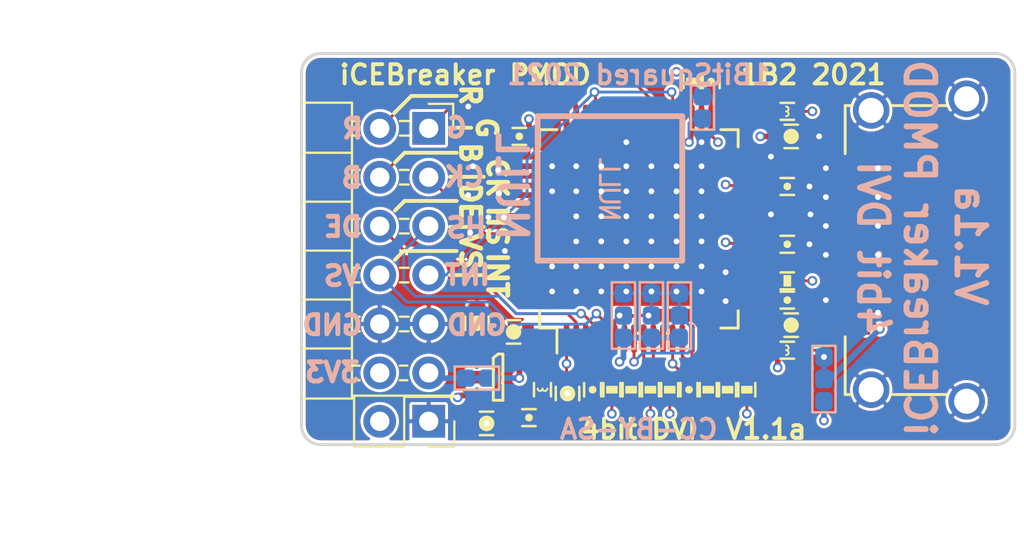
<source format=kicad_pcb>
(kicad_pcb (version 20171130) (host pcbnew 5.1.10)
  (title_block (title "iCEBreaker PMOD - 4bit DVI") (rev V1.0a) (company 1BitSquared) (comment 1 "(C) 2018-2019 Piotr Esden-Tempski <piotr@esden.net>") (comment 2 "(C) 2018-2019 1BitSquared <info@1bitsquared.com>") (comment 3 "License: CC-BY-SA V4.0"))
  (layers (0 F.Cu signal) (1 In1.Cu signal) (2 In2.Cu signal) (31 B.Cu signal) (34 B.Paste user) (35 F.Paste user) (36 B.SilkS user) (37 F.SilkS user) (38 B.Mask user) (39 F.Mask user) (44 Edge.Cuts user))
  (net 0 "")
  (net 1 GND)
  (net 2 +3V3)
  (net 3 "Net-(J4-Pad2)")
  (net 4 +5V)
  (net 5 "Net-(C3-Pad1)")
  (net 6 /DVDD)
  (net 7 /DE)
  (net 8 /VREF)
  (net 9 /HS)
  (net 10 /VS)
  (net 11 /EDGE-HTPLG)
  (net 12 /~PD)
  (net 13 "Net-(U2-Pad11)")
  (net 14 /ISEL-~RST)
  (net 15 /DSEL-SDA)
  (net 16 /BSEL-SCL)
  (net 17 /PVDD)
  (net 18 /CK-)
  (net 19 /CK+)
  (net 20 /TVDD)
  (net 21 /D0-)
  (net 22 /D0+)
  (net 23 /D1-)
  (net 24 /D1+)
  (net 25 /D2-)
  (net 26 /D2+)
  (net 27 /DKEN)
  (net 28 /RED)
  (net 29 /GRN)
  (net 30 /BLU)
  (net 31 /CLK)
  (net 32 "Net-(J5-Pad19)")
  (net 33 "Net-(J5-Pad16)")
  (net 34 "Net-(J5-Pad15)")
  (net 35 "Net-(J5-Pad14)")
  (net 36 "Net-(J5-Pad13)")
  (net 37 "Net-(J1-Pad12)")
  (net 38 /TFADJ)
  (net 39 /INT)
  (net 40 /DK3)
  (net 41 /DK2)
  (net 42 /DK1)
  (module pkl_logos:null_Logo_SilkS_7.5mm (layer B.Cu) (at 46 37 90)
    (fp_text reference REF** hide)
    (fp_text value null_Logo_SilkS_7.5mm hide)
  )
  (module pkl_jumpers:J_0603 (layer B.Cu) (at 50.8 32.8 90)
    (fp_text reference J9)
    (fp_text value sj)
    (pad 2 smd roundrect (at 0.575 0 90) (size 0.95 0.9) (layers B.Cu B.Mask) (net 1 GND))
    (pad 1 smd roundrect (at -0.575 0 90) (size 0.95 0.9) (layers B.Cu B.Mask) (net 27 /DKEN))
  )
  (module pkl_jumpers:J_NCNO_0903_15 (layer B.Cu) (at 49.6 43.6 270)
    (fp_text reference J8)
    (fp_text value sj)
    (fp_line (start -0.675 0) (end -0.475 0) (layer B.Cu) (width 0.15))
    (pad 3 smd roundrect (at 1.15 0 270) (size 0.95 0.9) (layers B.Cu B.Mask) (net 2 +3V3))
    (pad 2 smd roundrect (at 0 0 270) (size 0.95 0.9) (layers B.Cu B.Mask) (net 42 /DK1))
    (pad 1 smd roundrect (at -1.15 0 270) (size 0.95 0.9) (layers B.Cu B.Mask) (net 1 GND))
  )
  (module pkl_jumpers:J_NCNO_0903_15 (layer B.Cu) (at 48.15 43.6 270)
    (fp_text reference J7)
    (fp_text value sj)
    (fp_line (start -0.675 0) (end -0.475 0) (layer B.Cu) (width 0.15))
    (pad 3 smd roundrect (at 1.15 0 270) (size 0.95 0.9) (layers B.Cu B.Mask) (net 2 +3V3))
    (pad 2 smd roundrect (at 0 0 270) (size 0.95 0.9) (layers B.Cu B.Mask) (net 41 /DK2))
    (pad 1 smd roundrect (at -1.15 0 270) (size 0.95 0.9) (layers B.Cu B.Mask) (net 1 GND))
  )
  (module pkl_jumpers:J_NCNO_0903_15 (layer B.Cu) (at 46.7 43.6 90)
    (fp_text reference J6 hide)
    (fp_text value sj hide)
    (fp_line (start -0.675 0) (end -0.475 0) (layer B.Cu) (width 0.15))
    (pad 3 smd roundrect (at 1.15 0 90) (size 0.95 0.9) (layers B.Cu B.Mask) (net 1 GND))
    (pad 2 smd roundrect (at 0 0 90) (size 0.95 0.9) (layers B.Cu B.Mask) (net 40 /DK3))
    (pad 1 smd roundrect (at -1.15 0 90) (size 0.95 0.9) (layers B.Cu B.Mask) (net 2 +3V3))
  )
  (module pkl_dipol:C_0402 (layer F.Cu) (at 41.3 34.3 180)
    (fp_text reference C11)
    (fp_text value 100n)
    (pad 2 smd roundrect (at 0.5 0 180) (size 0.5 0.6) (layers F.Cu F.Paste F.Mask) (net 1 GND))
    (pad 1 smd roundrect (at -0.5 0 180) (size 0.5 0.6) (layers F.Cu F.Paste F.Mask) (net 17 /PVDD))
  )
  (module pkl_connectors:PMODHeader_2x06_P2.54mm_Horizontal (layer F.Cu) (at 36.6 46.58 180)
    (fp_text reference J1)
    (fp_text value PMOD)
    (pad 6 thru_hole circle (at 0 0 180) (size 1.7 1.7) (drill 1) (layers *.Cu *.Mask) (net 37 "Net-(J1-Pad12)"))
    (pad 12 thru_hole oval (at 2.54 0 180) (size 1.7 1.7) (drill 1) (layers *.Cu *.Mask) (net 37 "Net-(J1-Pad12)"))
    (pad 5 thru_hole oval (at 0 2.54 180) (size 1.7 1.7) (drill 1) (layers *.Cu *.Mask) (net 1 GND))
    (pad 11 thru_hole oval (at 2.54 2.54 180) (size 1.7 1.7) (drill 1) (layers *.Cu *.Mask) (net 1 GND))
    (pad 4 thru_hole oval (at 0 5.08 180) (size 1.7 1.7) (drill 1) (layers *.Cu *.Mask) (net 39 /INT))
    (pad 10 thru_hole oval (at 2.54 5.08 180) (size 1.7 1.7) (drill 1) (layers *.Cu *.Mask) (net 10 /VS))
    (pad 3 thru_hole oval (at 0 7.62 180) (size 1.7 1.7) (drill 1) (layers *.Cu *.Mask) (net 9 /HS))
    (pad 9 thru_hole oval (at 2.54 7.62 180) (size 1.7 1.7) (drill 1) (layers *.Cu *.Mask) (net 7 /DE))
    (pad 2 thru_hole oval (at 0 10.16 180) (size 1.7 1.7) (drill 1) (layers *.Cu *.Mask) (net 31 /CLK))
    (pad 8 thru_hole oval (at 2.54 10.16 180) (size 1.7 1.7) (drill 1) (layers *.Cu *.Mask) (net 30 /BLU))
    (pad 1 thru_hole rect (at 0 12.7 180) (size 1.7 1.7) (drill 1) (layers *.Cu *.Mask) (net 29 /GRN))
    (pad 7 thru_hole circle (at 2.54 12.7 180) (size 1.7 1.7) (drill 1) (layers *.Cu *.Mask) (net 28 /RED))
  )
  (module pkl_connectors:HDMI-10029449-111RLF (layer F.Cu) (at 59.5 40.2 90)
    (fp_text reference J5)
    (fp_text value HDMI_A_1.4 hide)
    (pad 19 smd roundrect (at -4.25 -0.95 90) (size 0.3 1.9) (layers F.Cu F.Paste F.Mask) (net 32 "Net-(J5-Pad19)"))
    (pad 1 smd roundrect (at 4.75 -0.95 90) (size 0.3 1.9) (layers F.Cu F.Paste F.Mask) (net 26 /D2+))
    (pad 18 smd roundrect (at -3.75 -0.95 90) (size 0.3 1.9) (layers F.Cu F.Paste F.Mask) (net 3 "Net-(J4-Pad2)"))
    (pad 17 smd roundrect (at -3.25 -0.95 90) (size 0.3 1.9) (layers F.Cu F.Paste F.Mask) (net 1 GND))
    (pad 16 smd roundrect (at -2.75 -0.95 90) (size 0.3 1.9) (layers F.Cu F.Paste F.Mask) (net 33 "Net-(J5-Pad16)"))
    (pad 15 smd roundrect (at -2.25 -0.95 90) (size 0.3 1.9) (layers F.Cu F.Paste F.Mask) (net 34 "Net-(J5-Pad15)"))
    (pad 14 smd roundrect (at -1.75 -0.95 90) (size 0.3 1.9) (layers F.Cu F.Paste F.Mask) (net 35 "Net-(J5-Pad14)"))
    (pad 13 smd roundrect (at -1.25 -0.95 90) (size 0.3 1.9) (layers F.Cu F.Paste F.Mask) (net 36 "Net-(J5-Pad13)"))
    (pad 12 smd roundrect (at -0.75 -0.95 90) (size 0.3 1.9) (layers F.Cu F.Paste F.Mask) (net 18 /CK-))
    (pad 11 smd roundrect (at -0.25 -0.95 90) (size 0.3 1.9) (layers F.Cu F.Paste F.Mask) (net 1 GND))
    (pad 10 smd roundrect (at 0.25 -0.95 90) (size 0.3 1.9) (layers F.Cu F.Paste F.Mask) (net 19 /CK+))
    (pad 9 smd roundrect (at 0.75 -0.95 90) (size 0.3 1.9) (layers F.Cu F.Paste F.Mask) (net 21 /D0-))
    (pad 8 smd roundrect (at 1.25 -0.95 90) (size 0.3 1.9) (layers F.Cu F.Paste F.Mask) (net 1 GND))
    (pad 7 smd roundrect (at 1.75 -0.95 90) (size 0.3 1.9) (layers F.Cu F.Paste F.Mask) (net 22 /D0+))
    (pad 6 smd roundrect (at 2.25 -0.95 90) (size 0.3 1.9) (layers F.Cu F.Paste F.Mask) (net 23 /D1-))
    (pad 5 smd roundrect (at 2.75 -0.95 90) (size 0.3 1.9) (layers F.Cu F.Paste F.Mask) (net 1 GND))
    (pad 4 smd roundrect (at 3.25 -0.95 90) (size 0.3 1.9) (layers F.Cu F.Paste F.Mask) (net 24 /D1+))
    (pad 3 smd roundrect (at 3.75 -0.95 90) (size 0.3 1.9) (layers F.Cu F.Paste F.Mask) (net 25 /D2-))
    (pad 2 smd roundrect (at 4.25 -0.95 90) (size 0.3 1.9) (layers F.Cu F.Paste F.Mask) (net 1 GND))
    (pad SH thru_hole circle (at -7.25 0.05 90) (size 1.9 1.9) (drill 1.3) (layers *.Cu *.Mask) (net 1 GND))
    (pad SH thru_hole circle (at 7.25 0.05 90) (size 1.9 1.9) (drill 1.3) (layers *.Cu *.Mask) (net 1 GND))
    (pad SH thru_hole circle (at 7.85 5 90) (size 1.9 1.9) (drill 1.3) (layers *.Cu *.Mask) (net 1 GND))
    (pad SH thru_hole circle (at -7.85 5 90) (size 1.9 1.9) (drill 1.3) (layers *.Cu *.Mask) (net 1 GND))
  )
  (module Connector_PinHeader_2.54mm:PinHeader_2x01_P2.54mm_Vertical (layer F.Cu) (at 36.6 49.09 180)
    (fp_text reference J3)
    (fp_text value 5V)
    (pad 1 thru_hole rect (at 0 0 180) (size 1.7 1.7) (drill 1) (layers *.Cu *.Mask) (net 1 GND))
    (pad 2 thru_hole oval (at 2.54 0 180) (size 1.7 1.7) (drill 1) (layers *.Cu *.Mask) (net 4 +5V))
  )
  (module pkl_jumpers:J_NCNO_0903_30 (layer B.Cu) (at 57.1 46.9 270)
    (fp_text reference J4)
    (fp_text value 3v3_5v_sel)
    (fp_line (start -0.775 0) (end -0.375 0) (layer B.Cu) (width 0.3))
    (pad 1 smd roundrect (at -1.15 0 270) (size 0.95 0.9) (layers B.Cu B.Paste B.Mask) (net 2 +3V3))
    (pad 2 smd roundrect (at 0 0 270) (size 0.95 0.9) (layers B.Cu B.Paste B.Mask) (net 3 "Net-(J4-Pad2)"))
    (pad 3 smd roundrect (at 1.15 0 270) (size 0.95 0.9) (layers B.Cu B.Paste B.Mask) (net 4 +5V))
  )
  (module pkl_housings_qfp:TQFP-64-1EP_10x10mm_P0.5mm_EP5x5mm (layer F.Cu) (at 47.5 39.1 90)
    (fp_text reference U2)
    (fp_text value SII164)
    (pad 65 thru_hole circle (at -1.95 3.25 90) (size 0.5 0.5) (drill 0.3) (layers *.Cu) (net 1 GND))
    (pad 65 thru_hole circle (at -3.25 3.25 90) (size 0.5 0.5) (drill 0.3) (layers *.Cu) (net 1 GND))
    (pad 65 thru_hole circle (at 0.65 3.25 90) (size 0.5 0.5) (drill 0.3) (layers *.Cu) (net 1 GND))
    (pad 65 thru_hole circle (at -0.65 3.25 90) (size 0.5 0.5) (drill 0.3) (layers *.Cu) (net 1 GND))
    (pad 65 thru_hole circle (at 3.25 3.25 90) (size 0.5 0.5) (drill 0.3) (layers *.Cu) (net 1 GND))
    (pad 65 thru_hole circle (at 1.95 3.25 90) (size 0.5 0.5) (drill 0.3) (layers *.Cu) (net 1 GND))
    (pad 65 thru_hole circle (at -1.95 1.95 90) (size 0.5 0.5) (drill 0.3) (layers *.Cu) (net 1 GND))
    (pad 65 thru_hole circle (at -3.25 1.95 90) (size 0.5 0.5) (drill 0.3) (layers *.Cu) (net 1 GND))
    (pad 65 thru_hole circle (at 0.65 1.95 90) (size 0.5 0.5) (drill 0.3) (layers *.Cu) (net 1 GND))
    (pad 65 thru_hole circle (at -0.65 1.95 90) (size 0.5 0.5) (drill 0.3) (layers *.Cu) (net 1 GND))
    (pad 65 thru_hole circle (at 3.25 1.95 90) (size 0.5 0.5) (drill 0.3) (layers *.Cu) (net 1 GND))
    (pad 65 thru_hole circle (at 1.95 1.95 90) (size 0.5 0.5) (drill 0.3) (layers *.Cu) (net 1 GND))
    (pad 65 thru_hole circle (at -3.25 0.65 90) (size 0.5 0.5) (drill 0.3) (layers *.Cu) (net 1 GND))
    (pad 65 thru_hole circle (at 0.65 0.65 90) (size 0.5 0.5) (drill 0.3) (layers *.Cu) (net 1 GND))
    (pad 65 thru_hole circle (at -0.65 0.65 90) (size 0.5 0.5) (drill 0.3) (layers *.Cu) (net 1 GND))
    (pad 65 thru_hole circle (at 1.95 0.65 90) (size 0.5 0.5) (drill 0.3) (layers *.Cu) (net 1 GND))
    (pad 65 thru_hole circle (at -1.95 0.65 90) (size 0.5 0.5) (drill 0.3) (layers *.Cu) (net 1 GND))
    (pad 65 thru_hole circle (at 3.25 0.65 90) (size 0.5 0.5) (drill 0.3) (layers *.Cu) (net 1 GND))
    (pad 65 thru_hole circle (at -3.25 -0.65 90) (size 0.5 0.5) (drill 0.3) (layers *.Cu) (net 1 GND))
    (pad 65 thru_hole circle (at 0.65 -0.65 90) (size 0.5 0.5) (drill 0.3) (layers *.Cu) (net 1 GND))
    (pad 65 thru_hole circle (at -0.65 -0.65 90) (size 0.5 0.5) (drill 0.3) (layers *.Cu) (net 1 GND))
    (pad 65 thru_hole circle (at 1.95 -0.65 90) (size 0.5 0.5) (drill 0.3) (layers *.Cu) (net 1 GND))
    (pad 65 thru_hole circle (at -1.95 -0.65 90) (size 0.5 0.5) (drill 0.3) (layers *.Cu) (net 1 GND))
    (pad 65 thru_hole circle (at 3.25 -0.65 90) (size 0.5 0.5) (drill 0.3) (layers *.Cu) (net 1 GND))
    (pad 65 thru_hole circle (at 1.95 -1.95 90) (size 0.5 0.5) (drill 0.3) (layers *.Cu) (net 1 GND))
    (pad 65 thru_hole circle (at -1.95 -1.95 90) (size 0.5 0.5) (drill 0.3) (layers *.Cu) (net 1 GND))
    (pad 65 thru_hole circle (at 3.25 -1.95 90) (size 0.5 0.5) (drill 0.3) (layers *.Cu) (net 1 GND))
    (pad 65 thru_hole circle (at -3.25 -1.95 90) (size 0.5 0.5) (drill 0.3) (layers *.Cu) (net 1 GND))
    (pad 65 thru_hole circle (at 0.65 -1.95 90) (size 0.5 0.5) (drill 0.3) (layers *.Cu) (net 1 GND))
    (pad 65 thru_hole circle (at -0.65 -1.95 90) (size 0.5 0.5) (drill 0.3) (layers *.Cu) (net 1 GND))
    (pad 65 thru_hole circle (at 3.25 -3.25 90) (size 0.5 0.5) (drill 0.3) (layers *.Cu) (net 1 GND))
    (pad 65 thru_hole circle (at 1.95 -3.25 90) (size 0.5 0.5) (drill 0.3) (layers *.Cu) (net 1 GND))
    (pad 65 thru_hole circle (at 0.65 -3.25 90) (size 0.5 0.5) (drill 0.3) (layers *.Cu) (net 1 GND))
    (pad 65 thru_hole circle (at -0.65 -3.25 90) (size 0.5 0.5) (drill 0.3) (layers *.Cu) (net 1 GND))
    (pad 65 thru_hole circle (at -1.95 -3.25 90) (size 0.5 0.5) (drill 0.3) (layers *.Cu) (net 1 GND))
    (pad 65 thru_hole circle (at -3.25 -3.25 90) (size 0.5 0.5) (drill 0.3) (layers *.Cu) (net 1 GND))
    (pad 65 smd rect (at 0 0 90) (size 8 8) (layers F.Cu) (net 1 GND))
    (pad 64 smd oval (at -3.75 -5.7 90) (size 0.3 1.5) (layers F.Cu F.Paste F.Mask) (net 1 GND))
    (pad 63 smd oval (at -3.25 -5.7 90) (size 0.3 1.5) (layers F.Cu F.Paste F.Mask) (net 1 GND))
    (pad 62 smd oval (at -2.75 -5.7 90) (size 0.3 1.5) (layers F.Cu F.Paste F.Mask) (net 1 GND))
    (pad 61 smd oval (at -2.25 -5.7 90) (size 0.3 1.5) (layers F.Cu F.Paste F.Mask) (net 1 GND))
    (pad 60 smd oval (at -1.75 -5.7 90) (size 0.3 1.5) (layers F.Cu F.Paste F.Mask) (net 1 GND))
    (pad 59 smd oval (at -1.25 -5.7 90) (size 0.3 1.5) (layers F.Cu F.Paste F.Mask) (net 30 /BLU))
    (pad 58 smd oval (at -0.75 -5.7 90) (size 0.3 1.5) (layers F.Cu F.Paste F.Mask) (net 30 /BLU))
    (pad 57 smd oval (at -0.25 -5.7 90) (size 0.3 1.5) (layers F.Cu F.Paste F.Mask) (net 31 /CLK))
    (pad 56 smd oval (at 0.25 -5.7 90) (size 0.3 1.5) (layers F.Cu F.Paste F.Mask) (net 1 GND))
    (pad 55 smd oval (at 0.75 -5.7 90) (size 0.3 1.5) (layers F.Cu F.Paste F.Mask) (net 39 /INT))
    (pad 54 smd oval (at 1.25 -5.7 90) (size 0.3 1.5) (layers F.Cu F.Paste F.Mask) (net 30 /BLU))
    (pad 53 smd oval (at 1.75 -5.7 90) (size 0.3 1.5) (layers F.Cu F.Paste F.Mask) (net 1 GND))
    (pad 52 smd oval (at 2.25 -5.7 90) (size 0.3 1.5) (layers F.Cu F.Paste F.Mask) (net 1 GND))
    (pad 51 smd oval (at 2.75 -5.7 90) (size 0.3 1.5) (layers F.Cu F.Paste F.Mask) (net 1 GND))
    (pad 50 smd oval (at 3.25 -5.7 90) (size 0.3 1.5) (layers F.Cu F.Paste F.Mask) (net 1 GND))
    (pad 49 smd oval (at 3.75 -5.7 90) (size 0.3 1.5) (layers F.Cu F.Paste F.Mask) (net 17 /PVDD))
    (pad 48 smd oval (at 5.7 -3.75 180) (size 0.3 1.5) (layers F.Cu F.Paste F.Mask) (net 1 GND))
    (pad 47 smd oval (at 5.7 -3.25 180) (size 0.3 1.5) (layers F.Cu F.Paste F.Mask) (net 29 /GRN))
    (pad 46 smd oval (at 5.7 -2.75 180) (size 0.3 1.5) (layers F.Cu F.Paste F.Mask) (net 29 /GRN))
    (pad 45 smd oval (at 5.7 -2.25 180) (size 0.3 1.5) (layers F.Cu F.Paste F.Mask) (net 39 /INT))
    (pad 44 smd oval (at 5.7 -1.75 180) (size 0.3 1.5) (layers F.Cu F.Paste F.Mask) (net 29 /GRN))
    (pad 43 smd oval (at 5.7 -1.25 180) (size 0.3 1.5) (layers F.Cu F.Paste F.Mask) (net 1 GND))
    (pad 42 smd oval (at 5.7 -0.75 180) (size 0.3 1.5) (layers F.Cu F.Paste F.Mask) (net 1 GND))
    (pad 41 smd oval (at 5.7 -0.25 180) (size 0.3 1.5) (layers F.Cu F.Paste F.Mask) (net 1 GND))
    (pad 40 smd oval (at 5.7 0.25 180) (size 0.3 1.5) (layers F.Cu F.Paste F.Mask) (net 1 GND))
    (pad 39 smd oval (at 5.7 0.75 180) (size 0.3 1.5) (layers F.Cu F.Paste F.Mask) (net 28 /RED))
    (pad 38 smd oval (at 5.7 1.25 180) (size 0.3 1.5) (layers F.Cu F.Paste F.Mask) (net 28 /RED))
    (pad 37 smd oval (at 5.7 1.75 180) (size 0.3 1.5) (layers F.Cu F.Paste F.Mask) (net 39 /INT))
    (pad 36 smd oval (at 5.7 2.25 180) (size 0.3 1.5) (layers F.Cu F.Paste F.Mask) (net 28 /RED))
    (pad 35 smd oval (at 5.7 2.75 180) (size 0.3 1.5) (layers F.Cu F.Paste F.Mask) (net 27 /DKEN))
    (pad 34 smd oval (at 5.7 3.25 180) (size 0.3 1.5) (layers F.Cu F.Paste F.Mask) (net 1 GND))
    (pad 33 smd oval (at 5.7 3.75 180) (size 0.3 1.5) (layers F.Cu F.Paste F.Mask) (net 6 /DVDD))
    (pad 32 smd oval (at 3.75 5.7 90) (size 0.3 1.5) (layers F.Cu F.Paste F.Mask) (net 1 GND))
    (pad 31 smd oval (at 3.25 5.7 90) (size 0.3 1.5) (layers F.Cu F.Paste F.Mask) (net 26 /D2+))
    (pad 30 smd oval (at 2.75 5.7 90) (size 0.3 1.5) (layers F.Cu F.Paste F.Mask) (net 25 /D2-))
    (pad 29 smd oval (at 2.25 5.7 90) (size 0.3 1.5) (layers F.Cu F.Paste F.Mask) (net 20 /TVDD))
    (pad 28 smd oval (at 1.75 5.7 90) (size 0.3 1.5) (layers F.Cu F.Paste F.Mask) (net 24 /D1+))
    (pad 27 smd oval (at 1.25 5.7 90) (size 0.3 1.5) (layers F.Cu F.Paste F.Mask) (net 23 /D1-))
    (pad 26 smd oval (at 0.75 5.7 90) (size 0.3 1.5) (layers F.Cu F.Paste F.Mask) (net 1 GND))
    (pad 25 smd oval (at 0.25 5.7 90) (size 0.3 1.5) (layers F.Cu F.Paste F.Mask) (net 22 /D0+))
    (pad 24 smd oval (at -0.25 5.7 90) (size 0.3 1.5) (layers F.Cu F.Paste F.Mask) (net 21 /D0-))
    (pad 23 smd oval (at -0.75 5.7 90) (size 0.3 1.5) (layers F.Cu F.Paste F.Mask) (net 20 /TVDD))
    (pad 22 smd oval (at -1.25 5.7 90) (size 0.3 1.5) (layers F.Cu F.Paste F.Mask) (net 19 /CK+))
    (pad 21 smd oval (at -1.75 5.7 90) (size 0.3 1.5) (layers F.Cu F.Paste F.Mask) (net 18 /CK-))
    (pad 20 smd oval (at -2.25 5.7 90) (size 0.3 1.5) (layers F.Cu F.Paste F.Mask) (net 1 GND))
    (pad 19 smd oval (at -2.75 5.7 90) (size 0.3 1.5) (layers F.Cu F.Paste F.Mask) (net 38 /TFADJ))
    (pad 18 smd oval (at -3.25 5.7 90) (size 0.3 1.5) (layers F.Cu F.Paste F.Mask) (net 17 /PVDD))
    (pad 17 smd oval (at -3.75 5.7 90) (size 0.3 1.5) (layers F.Cu F.Paste F.Mask) (net 1 GND))
    (pad 16 smd oval (at -5.7 3.75 180) (size 0.3 1.5) (layers F.Cu F.Paste F.Mask) (net 1 GND))
    (pad 15 smd oval (at -5.7 3.25 180) (size 0.3 1.5) (layers F.Cu F.Paste F.Mask) (net 16 /BSEL-SCL))
    (pad 14 smd oval (at -5.7 2.75 180) (size 0.3 1.5) (layers F.Cu F.Paste F.Mask) (net 15 /DSEL-SDA))
    (pad 13 smd oval (at -5.7 2.25 180) (size 0.3 1.5) (layers F.Cu F.Paste F.Mask) (net 14 /ISEL-~RST))
    (pad 12 smd oval (at -5.7 1.75 180) (size 0.3 1.5) (layers F.Cu F.Paste F.Mask) (net 6 /DVDD))
    (pad 11 smd oval (at -5.7 1.25 180) (size 0.3 1.5) (layers F.Cu F.Paste F.Mask) (net 13 "Net-(U2-Pad11)"))
    (pad 10 smd oval (at -5.7 0.75 180) (size 0.3 1.5) (layers F.Cu F.Paste F.Mask) (net 12 /~PD))
    (pad 9 smd oval (at -5.7 0.25 180) (size 0.3 1.5) (layers F.Cu F.Paste F.Mask) (net 11 /EDGE-HTPLG))
    (pad 8 smd oval (at -5.7 -0.25 180) (size 0.3 1.5) (layers F.Cu F.Paste F.Mask) (net 42 /DK1))
    (pad 7 smd oval (at -5.7 -0.75 180) (size 0.3 1.5) (layers F.Cu F.Paste F.Mask) (net 41 /DK2))
    (pad 6 smd oval (at -5.7 -1.25 180) (size 0.3 1.5) (layers F.Cu F.Paste F.Mask) (net 40 /DK3))
    (pad 5 smd oval (at -5.7 -1.75 180) (size 0.3 1.5) (layers F.Cu F.Paste F.Mask) (net 10 /VS))
    (pad 4 smd oval (at -5.7 -2.25 180) (size 0.3 1.5) (layers F.Cu F.Paste F.Mask) (net 9 /HS))
    (pad 3 smd oval (at -5.7 -2.75 180) (size 0.3 1.5) (layers F.Cu F.Paste F.Mask) (net 8 /VREF))
    (pad 2 smd oval (at -5.7 -3.25 180) (size 0.3 1.5) (layers F.Cu F.Paste F.Mask) (net 7 /DE))
    (pad 1 smd oval (at -5.7 -3.75 180) (size 0.3 1.5) (layers F.Cu F.Paste F.Mask) (net 6 /DVDD))
  )
  (module pkl_jumpers:J_NC_0603_30 (layer B.Cu) (at 39.1 46.85 180)
    (fp_text reference J2)
    (fp_text value jmp)
    (fp_line (start -0.2 0) (end 0.2 0) (layer B.Cu) (width 0.3))
    (pad 1 smd roundrect (at -0.575 0 180) (size 0.95 0.9) (layers B.Cu B.Paste B.Mask) (net 2 +3V3))
    (pad 2 smd roundrect (at 0.575 0 180) (size 0.95 0.9) (layers B.Cu B.Paste B.Mask) (net 37 "Net-(J1-Pad12)"))
  )
  (module pkl_dipol:C_0402 (layer F.Cu) (at 51.25 31.45 90)
    (fp_text reference C6)
    (fp_text value 100n)
    (pad 2 smd roundrect (at 0.5 0 90) (size 0.5 0.6) (layers F.Cu F.Paste F.Mask) (net 1 GND))
    (pad 1 smd roundrect (at -0.5 0 90) (size 0.5 0.6) (layers F.Cu F.Paste F.Mask) (net 6 /DVDD))
  )
  (module pkl_dipol:C_0402 (layer F.Cu) (at 55.2 39.9)
    (fp_text reference C7)
    (fp_text value 100n)
    (pad 1 smd roundrect (at -0.5 0) (size 0.5 0.6) (layers F.Cu F.Paste F.Mask) (net 20 /TVDD))
    (pad 2 smd roundrect (at 0.5 0) (size 0.5 0.6) (layers F.Cu F.Paste F.Mask) (net 1 GND))
  )
  (module pkl_dipol:C_0402 (layer F.Cu) (at 45.1 47.45 270)
    (fp_text reference C8)
    (fp_text value 100n)
    (pad 2 smd roundrect (at 0.5 0 270) (size 0.5 0.6) (layers F.Cu F.Paste F.Mask) (net 1 GND))
    (pad 1 smd roundrect (at -0.5 0 270) (size 0.5 0.6) (layers F.Cu F.Paste F.Mask) (net 6 /DVDD))
  )
  (module pkl_dipol:C_0402 (layer F.Cu) (at 55.2 42.8)
    (fp_text reference C9)
    (fp_text value 100n)
    (pad 1 smd roundrect (at -0.5 0) (size 0.5 0.6) (layers F.Cu F.Paste F.Mask) (net 17 /PVDD))
    (pad 2 smd roundrect (at 0.5 0) (size 0.5 0.6) (layers F.Cu F.Paste F.Mask) (net 1 GND))
  )
  (module pkl_dipol:C_0402 (layer F.Cu) (at 55.2 36.9)
    (fp_text reference C10)
    (fp_text value 100n)
    (pad 2 smd roundrect (at 0.5 0) (size 0.5 0.6) (layers F.Cu F.Paste F.Mask) (net 1 GND))
    (pad 1 smd roundrect (at -0.5 0) (size 0.5 0.6) (layers F.Cu F.Paste F.Mask) (net 20 /TVDD))
  )
  (module pkl_dipol:C_0402 (layer F.Cu) (at 50.1 47.45 270)
    (fp_text reference C5)
    (fp_text value 100n)
    (pad 2 smd roundrect (at 0.5 0 270) (size 0.5 0.6) (layers F.Cu F.Paste F.Mask) (net 1 GND))
    (pad 1 smd roundrect (at -0.5 0 270) (size 0.5 0.6) (layers F.Cu F.Paste F.Mask) (net 6 /DVDD))
  )
  (module pkl_dipol:C_0402 (layer F.Cu) (at 41.8 48.9)
    (fp_text reference C3)
    (fp_text value 470p)
    (pad 1 smd roundrect (at -0.5 0) (size 0.5 0.6) (layers F.Cu F.Paste F.Mask) (net 5 "Net-(C3-Pad1)"))
    (pad 2 smd roundrect (at 0.5 0) (size 0.5 0.6) (layers F.Cu F.Paste F.Mask) (net 1 GND))
  )
  (module pkl_dipol:C_0603 (layer F.Cu) (at 43.8 47.65 270)
    (fp_text reference C14)
    (fp_text value 10u)
    (pad 2 smd roundrect (at 0.75 0 270) (size 0.6 0.9) (layers F.Cu F.Paste F.Mask) (net 1 GND))
    (pad 1 smd roundrect (at -0.75 0 270) (size 0.6 0.9) (layers F.Cu F.Paste F.Mask) (net 6 /DVDD))
  )
  (module pkl_dipol:C_0603 (layer F.Cu) (at 55.4 34.3)
    (fp_text reference C16)
    (fp_text value 10u)
    (pad 1 smd roundrect (at -0.75 0) (size 0.6 0.9) (layers F.Cu F.Paste F.Mask) (net 20 /TVDD))
    (pad 2 smd roundrect (at 0.75 0) (size 0.6 0.9) (layers F.Cu F.Paste F.Mask) (net 1 GND))
  )
  (module pkl_dipol:C_0603 (layer F.Cu) (at 55.4 44.1)
    (fp_text reference C15)
    (fp_text value 10u)
    (pad 2 smd roundrect (at 0.75 0) (size 0.6 0.9) (layers F.Cu F.Paste F.Mask) (net 1 GND))
    (pad 1 smd roundrect (at -0.75 0) (size 0.6 0.9) (layers F.Cu F.Paste F.Mask) (net 17 /PVDD))
  )
  (module pkl_dipol:C_0603 (layer F.Cu) (at 39.1 44 90)
    (fp_text reference C2)
    (fp_text value 4u7)
    (pad 1 smd roundrect (at -0.75 0 90) (size 0.6 0.9) (layers F.Cu F.Paste F.Mask) (net 4 +5V))
    (pad 2 smd roundrect (at 0.75 0 90) (size 0.6 0.9) (layers F.Cu F.Paste F.Mask) (net 1 GND))
  )
  (module pkl_dipol:C_0603 (layer F.Cu) (at 39.6 49.2)
    (fp_text reference C1)
    (fp_text value 10u)
    (pad 2 smd roundrect (at 0.75 0) (size 0.6 0.9) (layers F.Cu F.Paste F.Mask) (net 1 GND))
    (pad 1 smd roundrect (at -0.75 0) (size 0.6 0.9) (layers F.Cu F.Paste F.Mask) (net 2 +3V3))
  )
  (module pkl_dipol:C_0603 (layer F.Cu) (at 41 44.45 180)
    (fp_text reference C4)
    (fp_text value 4u7)
    (pad 1 smd roundrect (at -0.75 0 180) (size 0.6 0.9) (layers F.Cu F.Paste F.Mask) (net 2 +3V3))
    (pad 2 smd roundrect (at 0.75 0 180) (size 0.6 0.9) (layers F.Cu F.Paste F.Mask) (net 1 GND))
  )
  (module pkl_dipol:L_0402 (layer F.Cu) (at 55.2 33 180)
    (fp_text reference L3)
    (fp_text value 600)
    (pad 1 smd roundrect (at -0.5 0 180) (size 0.5 0.6) (layers F.Cu F.Paste F.Mask) (net 2 +3V3))
    (pad 2 smd roundrect (at 0.5 0 180) (size 0.5 0.6) (layers F.Cu F.Paste F.Mask) (net 20 /TVDD))
  )
  (module pkl_dipol:L_0402 (layer F.Cu) (at 42.5 47.45 90)
    (fp_text reference L1)
    (fp_text value 600)
    (pad 2 smd roundrect (at 0.5 0 90) (size 0.5 0.6) (layers F.Cu F.Paste F.Mask) (net 6 /DVDD))
    (pad 1 smd roundrect (at -0.5 0 90) (size 0.5 0.6) (layers F.Cu F.Paste F.Mask) (net 2 +3V3))
  )
  (module pkl_dipol:L_0402 (layer F.Cu) (at 55.2 45.4 180)
    (fp_text reference L2)
    (fp_text value 600)
    (pad 1 smd roundrect (at -0.5 0 180) (size 0.5 0.6) (layers F.Cu F.Paste F.Mask) (net 2 +3V3))
    (pad 2 smd roundrect (at 0.5 0 180) (size 0.5 0.6) (layers F.Cu F.Paste F.Mask) (net 17 /PVDD))
  )
  (module pkl_dipol:R_0402 (layer F.Cu) (at 55.2 41.8 180)
    (fp_text reference R9)
    (fp_text value 510E)
    (pad 1 smd roundrect (at -0.5 0 180) (size 0.5 0.6) (layers F.Cu F.Paste F.Mask) (net 2 +3V3))
    (pad 2 smd roundrect (at 0.5 0 180) (size 0.5 0.6) (layers F.Cu F.Paste F.Mask) (net 38 /TFADJ))
  )
  (module pkl_dipol:R_0402 (layer F.Cu) (at 52.1 47.45 270)
    (fp_text reference R8)
    (fp_text value 10k)
    (pad 2 smd roundrect (at 0.5 0 270) (size 0.5 0.6) (layers F.Cu F.Paste F.Mask) (net 1 GND))
    (pad 1 smd roundrect (at -0.5 0 270) (size 0.5 0.6) (layers F.Cu F.Paste F.Mask) (net 15 /DSEL-SDA))
  )
  (module pkl_dipol:R_0402 (layer F.Cu) (at 51.1 47.45 270)
    (fp_text reference R7)
    (fp_text value 10k)
    (pad 1 smd roundrect (at -0.5 0 270) (size 0.5 0.6) (layers F.Cu F.Paste F.Mask) (net 14 /ISEL-~RST))
    (pad 2 smd roundrect (at 0.5 0 270) (size 0.5 0.6) (layers F.Cu F.Paste F.Mask) (net 1 GND))
  )
  (module pkl_dipol:R_0402 (layer F.Cu) (at 47.1 47.45 270)
    (fp_text reference R6)
    (fp_text value DNP)
    (pad 2 smd roundrect (at 0.5 0 270) (size 0.5 0.6) (layers F.Cu F.Paste F.Mask) (net 1 GND))
    (pad 1 smd roundrect (at -0.5 0 270) (size 0.5 0.6) (layers F.Cu F.Paste F.Mask) (net 8 /VREF))
  )
  (module pkl_dipol:R_0402 (layer F.Cu) (at 46.1 47.45 90)
    (fp_text reference R5)
    (fp_text value 33k)
    (pad 1 smd roundrect (at -0.5 0 90) (size 0.5 0.6) (layers F.Cu F.Paste F.Mask) (net 2 +3V3))
    (pad 2 smd roundrect (at 0.5 0 90) (size 0.5 0.6) (layers F.Cu F.Paste F.Mask) (net 8 /VREF))
  )
  (module pkl_dipol:R_0402 (layer F.Cu) (at 53.1 47.45 90)
    (fp_text reference R1)
    (fp_text value 10k)
    (pad 2 smd roundrect (at 0.5 0 90) (size 0.5 0.6) (layers F.Cu F.Paste F.Mask) (net 16 /BSEL-SCL))
    (pad 1 smd roundrect (at -0.5 0 90) (size 0.5 0.6) (layers F.Cu F.Paste F.Mask) (net 2 +3V3))
  )
  (module pkl_dipol:R_0402 (layer F.Cu) (at 49.1 47.45 90)
    (fp_text reference R2)
    (fp_text value 10k)
    (pad 1 smd roundrect (at -0.5 0 90) (size 0.5 0.6) (layers F.Cu F.Paste F.Mask) (net 2 +3V3))
    (pad 2 smd roundrect (at 0.5 0 90) (size 0.5 0.6) (layers F.Cu F.Paste F.Mask) (net 12 /~PD))
  )
  (module pkl_dipol:R_0402 (layer F.Cu) (at 50.25 31.45 270)
    (fp_text reference R3)
    (fp_text value 10k)
    (pad 2 smd roundrect (at 0.5 0 270) (size 0.5 0.6) (layers F.Cu F.Paste F.Mask) (net 27 /DKEN))
    (pad 1 smd roundrect (at -0.5 0 270) (size 0.5 0.6) (layers F.Cu F.Paste F.Mask) (net 2 +3V3))
  )
  (module pkl_dipol:R_0402 (layer F.Cu) (at 48.1 47.45 90)
    (fp_text reference R4)
    (fp_text value 10k)
    (pad 1 smd roundrect (at -0.5 0 90) (size 0.5 0.6) (layers F.Cu F.Paste F.Mask) (net 2 +3V3))
    (pad 2 smd roundrect (at 0.5 0 90) (size 0.5 0.6) (layers F.Cu F.Paste F.Mask) (net 11 /EDGE-HTPLG))
  )
  (module pkl_housings_sot:SOT-23-5 (layer F.Cu) (at 40.2 46.799999 180)
    (fp_text reference U1)
    (fp_text value VREG_3V3)
    (pad 1 smd roundrect (at 1.1 0.95) (size 1.06 0.65) (layers F.Cu F.Paste F.Mask) (net 4 +5V))
    (pad 2 smd roundrect (at 1.1 0) (size 1.06 0.65) (layers F.Cu F.Paste F.Mask) (net 1 GND))
    (pad 3 smd roundrect (at 1.1 -0.95) (size 1.06 0.65) (layers F.Cu F.Paste F.Mask) (net 4 +5V))
    (pad 4 smd roundrect (at -1.1 -0.95) (size 1.06 0.65) (layers F.Cu F.Paste F.Mask) (net 5 "Net-(C3-Pad1)"))
    (pad 5 smd roundrect (at -1.1 0.95) (size 1.06 0.65) (layers F.Cu F.Paste F.Mask) (net 2 +3V3))
  )
  (gr_text NULL (at 40.9 36.9 270) (layer B.SilkS) (effects (font (size 1.5 1.5) (thickness 0.3)) (justify mirror)))
  (gr_text 3V3 (at 31.6 46.55) (layer B.SilkS) (effects (font (size 1 1) (thickness 0.25)) (justify mirror)))
  (gr_text GND (at 39.1 44.1) (layer B.SilkS) (effects (font (size 1 1) (thickness 0.25)) (justify mirror)))
  (gr_text GND (at 31.6 44.1) (layer B.SilkS) (effects (font (size 1 1) (thickness 0.25)) (justify mirror)))
  (gr_text "1BitSquared 2021" (at 47.5 31.1) (layer B.SilkS) (effects (font (size 1 1) (thickness 0.2)) (justify mirror)))
  (gr_text CC-BY-SA (at 47.5 49.5) (layer B.SilkS) (effects (font (size 1 1) (thickness 0.2)) (justify mirror)))
  (gr_text "1B2 2021" (at 56.55 31.1) (layer F.SilkS) (effects (font (size 1 1) (thickness 0.2))))
  (gr_text R (at 32.65 33.9) (layer B.SilkS) (effects (font (size 1 1) (thickness 0.25)) (justify mirror)))
  (gr_text G (at 38.05 33.85) (layer B.SilkS) (effects (font (size 1 1) (thickness 0.25)) (justify mirror)))
  (gr_text B (at 32.6 36.45) (layer B.SilkS) (effects (font (size 1 1) (thickness 0.25)) (justify mirror)))
  (gr_text CK (at 38.45 36.4) (layer B.SilkS) (effects (font (size 1 1) (thickness 0.25)) (justify mirror)))
  (gr_text DE (at 32.15 39) (layer B.SilkS) (effects (font (size 1 1) (thickness 0.25)) (justify mirror)))
  (gr_text HS (at 38.55 39.05) (layer B.SilkS) (effects (font (size 1 1) (thickness 0.25)) (justify mirror)))
  (gr_text VS (at 32.1 41.55) (layer B.SilkS) (effects (font (size 1 1) (thickness 0.25)) (justify mirror)))
  (gr_text INT (at 38.6 41.5) (layer B.SilkS) (effects (font (size 1 1) (thickness 0.25)) (justify mirror)))
  (gr_line (start 37.7 41.5) (end 39.45 41.5) (layer F.SilkS) (width 0.2))
  (gr_line (start 35.3 40.25) (end 38.05 40.25) (layer F.SilkS) (width 0.2))
  (gr_line (start 34.85 40.7) (end 35.3 40.25) (layer F.SilkS) (width 0.2))
  (gr_line (start 37.7 39) (end 39.45 39) (layer F.SilkS) (width 0.2))
  (gr_line (start 35.35 37.65) (end 38.05 37.65) (layer F.SilkS) (width 0.2))
  (gr_line (start 34.85 38.15) (end 35.35 37.65) (layer F.SilkS) (width 0.2))
  (gr_line (start 37.7 36.4) (end 39.45 36.4) (layer F.SilkS) (width 0.2))
  (gr_line (start 35.35 35.15) (end 38.05 35.15) (layer F.SilkS) (width 0.2))
  (gr_line (start 34.85 35.65) (end 35.35 35.15) (layer F.SilkS) (width 0.2))
  (gr_line (start 37.7 33.85) (end 38.8 33.85) (layer F.SilkS) (width 0.2))
  (gr_line (start 35.7 32.2) (end 38.05 32.2) (layer F.SilkS) (width 0.2))
  (gr_line (start 34.8 33.1) (end 35.7 32.2) (layer F.SilkS) (width 0.2))
  (gr_text INT (at 40.15 41.5 270) (layer F.SilkS) (effects (font (size 1 1) (thickness 0.25))))
  (gr_text HS (at 40.15 38.95 270) (layer F.SilkS) (effects (font (size 1 1) (thickness 0.25))))
  (gr_text VS (at 38.75 40.25 270) (layer F.SilkS) (effects (font (size 1 1) (thickness 0.25))))
  (gr_text DE (at 38.75 37.7 270) (layer F.SilkS) (effects (font (size 1 1) (thickness 0.25))))
  (gr_text CK (at 40.15 36.45 270) (layer F.SilkS) (effects (font (size 1 1) (thickness 0.25))))
  (gr_text B (at 38.75 35.15 270) (layer F.SilkS) (effects (font (size 1 1) (thickness 0.25))))
  (gr_text G (at 39.6 33.85 270) (layer F.SilkS) (effects (font (size 1 1) (thickness 0.25))))
  (gr_text R (at 38.75 32.15 270) (layer F.SilkS) (effects (font (size 1 1) (thickness 0.25))))
  (gr_text "iCEBreaker PMOD" (at 38.5 31.1) (layer F.SilkS) (effects (font (size 1 1) (thickness 0.2))))
  (gr_line (start 66 50.3) (end 31 50.3) (layer Edge.Cuts) (width 0.15))
  (gr_arc (start 31 49.3) (end 30 49.3) (angle -90) (layer Edge.Cuts) (width 0.15))
  (gr_arc (start 66 49.3) (end 66 50.3) (angle -90) (layer Edge.Cuts) (width 0.15))
  (gr_text "4bit DVI" (at 47.5 49.5) (layer F.SilkS) (effects (font (size 1 1) (thickness 0.2))))
  (gr_text V1.1a (at 54.1 49.5) (layer F.SilkS) (effects (font (size 1 1) (thickness 0.2))))
  (gr_text V1.1a (at 64.7 39.95 -90) (layer B.SilkS) (effects (font (size 1.5 1.5) (thickness 0.3)) (justify mirror)))
  (gr_text "iCEBreaker PMOD\n4bit DVI" (at 60.85 40.1 270) (layer B.SilkS) (effects (font (size 1.5 1.5) (thickness 0.3)) (justify mirror)))
  (gr_arc (start 66 31) (end 67 31) (angle -90) (layer Edge.Cuts) (width 0.15))
  (gr_arc (start 31 31) (end 31 30) (angle -90) (layer Edge.Cuts) (width 0.15))
  (gr_line (start 30 49.3) (end 30 31) (layer Edge.Cuts) (width 0.15))
  (gr_line (start 67 31) (end 67 49.3) (layer Edge.Cuts) (width 0.15))
  (gr_line (start 31 30) (end 66 30) (layer Edge.Cuts) (width 0.15))
  (via (at 43 41.05) (size 0.5) (drill 0.3) (layers F.Cu B.Cu) (net 1))
  (via (at 43 42.35) (size 0.5) (drill 0.3) (layers F.Cu B.Cu) (net 1))
  (via (at 43 37.15) (size 0.5) (drill 0.3) (layers F.Cu B.Cu) (net 1))
  (via (at 43 35.85) (size 0.5) (drill 0.3) (layers F.Cu B.Cu) (net 1))
  (via (at 46.85 34.6) (size 0.5) (drill 0.3) (layers F.Cu B.Cu) (net 1))
  (via (at 50.75 34.6) (size 0.5) (drill 0.3) (layers F.Cu B.Cu) (net 1))
  (via (at 57.2 37.45) (size 0.5) (drill 0.3) (layers F.Cu B.Cu) (net 1))
  (via (at 57.2 35.95) (size 0.5) (drill 0.3) (layers F.Cu B.Cu) (net 1))
  (via (at 57.2 38.95) (size 0.5) (drill 0.3) (layers F.Cu B.Cu) (net 1))
  (via (at 57.2 40.45) (size 0.5) (drill 0.3) (layers F.Cu B.Cu) (net 1))
  (via (at 57.2 42.8) (size 0.5) (drill 0.3) (layers F.Cu B.Cu) (net 1))
  (via (at 59.9 40.45) (size 0.5) (drill 0.3) (layers F.Cu B.Cu) (net 1))
  (via (at 59.9 38.95) (size 0.5) (drill 0.3) (layers F.Cu B.Cu) (net 1))
  (via (at 59.9 37.45) (size 0.5) (drill 0.3) (layers F.Cu B.Cu) (net 1))
  (via (at 59.9 35.95) (size 0.5) (drill 0.3) (layers F.Cu B.Cu) (net 1))
  (via (at 59.9 43.45) (size 0.5) (drill 0.3) (layers F.Cu B.Cu) (net 1))
  (segment (start 57.2 43.153553) (end 57.2 42.8) (width 0.15) (layer F.Cu) (net 1))
  (segment (start 57.496447 43.45) (end 57.2 43.153553) (width 0.15) (layer F.Cu) (net 1))
  (segment (start 58.55 43.45) (end 57.496447 43.45) (width 0.15) (layer F.Cu) (net 1))
  (via (at 54.35 38.35) (size 0.5) (drill 0.3) (layers F.Cu B.Cu) (net 1))
  (via (at 54.35 35.35) (size 0.5) (drill 0.3) (layers F.Cu B.Cu) (net 1))
  (via (at 52 41.35) (size 0.5) (drill 0.3) (layers F.Cu B.Cu) (net 1))
  (via (at 52 42.85) (size 0.5) (drill 0.3) (layers F.Cu B.Cu) (net 1))
  (via (at 40.55 40.25) (size 0.5) (drill 0.3) (layers F.Cu B.Cu) (net 1))
  (via (at 38.75 39.3) (size 0.5) (drill 0.3) (layers F.Cu B.Cu) (net 1))
  (via (at 40.25 37.25) (size 0.5) (drill 0.3) (layers F.Cu B.Cu) (net 1))
  (via (at 40.2 36.05) (size 0.5) (drill 0.3) (layers F.Cu B.Cu) (net 1))
  (via (at 38.9 35.85) (size 0.5) (drill 0.3) (layers F.Cu B.Cu) (net 1))
  (via (at 38.65 37.35) (size 0.5) (drill 0.3) (layers F.Cu B.Cu) (net 1))
  (via (at 56.35 39.9) (size 0.5) (drill 0.3) (layers F.Cu B.Cu) (net 1))
  (via (at 56.35 36.9) (size 0.5) (drill 0.3) (layers F.Cu B.Cu) (net 1))
  (via (at 56.85 34.3) (size 0.5) (drill 0.3) (layers F.Cu B.Cu) (net 1))
  (via (at 56.4 38.35) (size 0.5) (drill 0.3) (layers F.Cu B.Cu) (net 1))
  (via (at 38.65 32.75) (size 0.5) (drill 0.3) (layers F.Cu B.Cu) (net 1))
  (via (at 39.7 38.5) (size 0.5) (drill 0.3) (layers F.Cu B.Cu) (net 1))
  (segment (start 46.25 33.4) (end 46.25 34.55) (width 0.15) (layer F.Cu) (net 1))
  (segment (start 46.75 34.5) (end 46.85 34.6) (width 0.15) (layer F.Cu) (net 1))
  (segment (start 46.75 33.4) (end 46.75 34.5) (width 0.15) (layer F.Cu) (net 1))
  (segment (start 47.25 33.4) (end 47.25 34.55) (width 0.15) (layer F.Cu) (net 1))
  (segment (start 47.75 33.4) (end 47.75 34.55) (width 0.15) (layer F.Cu) (net 1))
  (segment (start 42.8 40.85) (end 43 41.05) (width 0.15) (layer F.Cu) (net 1))
  (segment (start 41.8 40.85) (end 42.8 40.85) (width 0.15) (layer F.Cu) (net 1))
  (segment (start 41.8 41.35) (end 42.95 41.35) (width 0.15) (layer F.Cu) (net 1))
  (segment (start 41.8 41.85) (end 42.95 41.85) (width 0.15) (layer F.Cu) (net 1))
  (segment (start 41.8 42.35) (end 43 42.35) (width 0.15) (layer F.Cu) (net 1))
  (segment (start 41.8 42.85) (end 42.95 42.85) (width 0.15) (layer F.Cu) (net 1))
  (segment (start 41.8 35.85) (end 43 35.85) (width 0.15) (layer F.Cu) (net 1))
  (segment (start 41.8 36.35) (end 42.95 36.35) (width 0.15) (layer F.Cu) (net 1))
  (segment (start 41.8 36.85) (end 42.95 36.85) (width 0.15) (layer F.Cu) (net 1))
  (segment (start 42.8 37.35) (end 43 37.15) (width 0.15) (layer F.Cu) (net 1))
  (segment (start 41.8 37.35) (end 42.8 37.35) (width 0.15) (layer F.Cu) (net 1))
  (segment (start 41.8 35.85) (end 40.65 35.85) (width 0.15) (layer F.Cu) (net 1))
  (segment (start 41.8 36.35) (end 40.65 36.35) (width 0.15) (layer F.Cu) (net 1))
  (segment (start 41.8 36.85) (end 40.65 36.85) (width 0.15) (layer F.Cu) (net 1))
  (segment (start 41.8 37.35) (end 40.65 37.35) (width 0.15) (layer F.Cu) (net 1))
  (segment (start 41.8 42.85) (end 40.95 42.85) (width 0.15) (layer F.Cu) (net 1))
  (segment (start 40.95 42.85) (end 40.7 42.6) (width 0.15) (layer F.Cu) (net 1))
  (segment (start 41.8 40.85) (end 40.7 40.85) (width 0.15) (layer F.Cu) (net 1))
  (segment (start 41.8 41.35) (end 40.7 41.35) (width 0.15) (layer F.Cu) (net 1))
  (segment (start 41.8 41.85) (end 40.7 41.85) (width 0.15) (layer F.Cu) (net 1))
  (segment (start 41.8 42.35) (end 40.7 42.35) (width 0.15) (layer F.Cu) (net 1))
  (via (at 41.3 46.85) (size 0.5) (drill 0.3) (layers F.Cu B.Cu) (net 2))
  (segment (start 39.675 46.85) (end 41.3 46.85) (width 0.3) (layer B.Cu) (net 2))
  (segment (start 41.3 46.85) (end 41.3 45.849999) (width 0.3) (layer F.Cu) (net 2))
  (segment (start 41.75 45.399999) (end 41.3 45.849999) (width 0.3) (layer F.Cu) (net 2))
  (segment (start 41.75 44.45) (end 41.75 45.399999) (width 0.3) (layer F.Cu) (net 2))
  (via (at 39.6 49.2) (size 0.5) (drill 0.3) (layers F.Cu B.Cu) (net 2))
  (segment (start 38.85 49.2) (end 39.6 49.2) (width 0.3) (layer F.Cu) (net 2))
  (via (at 46.1 48.7) (size 0.5) (drill 0.3) (layers F.Cu B.Cu) (net 2))
  (segment (start 46.1 47.95) (end 46.1 48.7) (width 0.15) (layer F.Cu) (net 2))
  (via (at 48.1 48.7) (size 0.5) (drill 0.3) (layers F.Cu B.Cu) (net 2))
  (segment (start 48.1 47.95) (end 48.1 48.7) (width 0.15) (layer F.Cu) (net 2))
  (via (at 49.1 48.7) (size 0.5) (drill 0.3) (layers F.Cu B.Cu) (net 2))
  (segment (start 49.1 47.95) (end 49.1 48.7) (width 0.15) (layer F.Cu) (net 2))
  (via (at 53.1 48.7) (size 0.5) (drill 0.3) (layers F.Cu B.Cu) (net 2))
  (segment (start 53.1 47.95) (end 53.1 48.7) (width 0.15) (layer F.Cu) (net 2))
  (segment (start 42.5 47.95) (end 42.8 47.65) (width 0.3) (layer F.Cu) (net 2))
  (via (at 43.8 47.65) (size 0.5) (drill 0.3) (layers F.Cu B.Cu) (net 2))
  (segment (start 42.8 47.65) (end 43.8 47.65) (width 0.3) (layer F.Cu) (net 2))
  (via (at 49.45 30.95) (size 0.5) (drill 0.3) (layers F.Cu B.Cu) (net 2))
  (segment (start 50.25 30.95) (end 49.45 30.95) (width 0.15) (layer F.Cu) (net 2))
  (via (at 56.5 41.8) (size 0.5) (drill 0.3) (layers F.Cu B.Cu) (net 2))
  (segment (start 55.7 41.8) (end 56.5 41.8) (width 0.15) (layer F.Cu) (net 2))
  (via (at 56.5 33) (size 0.5) (drill 0.3) (layers F.Cu B.Cu) (net 2))
  (segment (start 55.7 33) (end 56.5 33) (width 0.15) (layer F.Cu) (net 2))
  (via (at 57.099996 45.75) (size 0.5) (drill 0.3) (layers F.Cu B.Cu) (net 2))
  (segment (start 56.749996 45.4) (end 57.099996 45.75) (width 0.15) (layer F.Cu) (net 2))
  (segment (start 55.7 45.4) (end 56.749996 45.4) (width 0.15) (layer F.Cu) (net 2))
  (via (at 46.5 46) (size 0.5) (drill 0.3) (layers F.Cu B.Cu) (net 2))
  (segment (start 46.7 45.8) (end 46.5 46) (width 0.3) (layer B.Cu) (net 2))
  (segment (start 46.7 44.75) (end 46.7 45.8) (width 0.3) (layer B.Cu) (net 2))
  (segment (start 46.7 44.75) (end 48.15 44.75) (width 0.3) (layer B.Cu) (net 2))
  (segment (start 48.15 44.75) (end 49.6 44.75) (width 0.3) (layer B.Cu) (net 2))
  (via (at 60 44.3) (size 0.5) (drill 0.3) (layers F.Cu B.Cu) (net 3))
  (segment (start 59.65 43.95) (end 60 44.3) (width 0.15) (layer F.Cu) (net 3))
  (segment (start 58.55 43.95) (end 59.65 43.95) (width 0.15) (layer F.Cu) (net 3))
  (segment (start 57.4 46.9) (end 60 44.3) (width 0.3) (layer B.Cu) (net 3))
  (segment (start 57.1 46.9) (end 57.4 46.9) (width 0.3) (layer B.Cu) (net 3))
  (segment (start 39.1 44.75) (end 39.1 45.849999) (width 0.3) (layer F.Cu) (net 4))
  (segment (start 39.73 45.849999) (end 40.2 46.319999) (width 0.3) (layer F.Cu) (net 4))
  (segment (start 39.1 45.849999) (end 39.73 45.849999) (width 0.3) (layer F.Cu) (net 4))
  (segment (start 39.73 47.749999) (end 39.1 47.749999) (width 0.3) (layer F.Cu) (net 4))
  (segment (start 40.2 47.279999) (end 39.73 47.749999) (width 0.3) (layer F.Cu) (net 4))
  (segment (start 40.2 46.319999) (end 40.2 47.279999) (width 0.3) (layer F.Cu) (net 4))
  (via (at 38.1 47.85) (size 0.5) (drill 0.3) (layers F.Cu B.Cu) (net 4))
  (segment (start 38.200001 47.749999) (end 38.1 47.85) (width 0.3) (layer F.Cu) (net 4))
  (segment (start 39.1 47.749999) (end 38.200001 47.749999) (width 0.3) (layer F.Cu) (net 4))
  (via (at 57.1 49.05) (size 0.5) (drill 0.3) (layers F.Cu B.Cu) (net 4))
  (segment (start 57.1 48.05) (end 57.1 49.05) (width 0.3) (layer B.Cu) (net 4))
  (segment (start 41.3 47.749999) (end 41.3 48.9) (width 0.15) (layer F.Cu) (net 5))
  (segment (start 43.75 46.95) (end 43.8 46.9) (width 0.15) (layer F.Cu) (net 6))
  (segment (start 42.5 46.95) (end 43.75 46.95) (width 0.15) (layer F.Cu) (net 6))
  (segment (start 43.85 46.95) (end 43.8 46.9) (width 0.15) (layer F.Cu) (net 6))
  (segment (start 45.1 46.95) (end 43.85 46.95) (width 0.15) (layer F.Cu) (net 6))
  (segment (start 43.75 46.85) (end 43.8 46.9) (width 0.15) (layer F.Cu) (net 6))
  (segment (start 49.25 46.1) (end 50.1 46.95) (width 0.15) (layer F.Cu) (net 6))
  (segment (start 49.25 44.8) (end 49.25 46.1) (width 0.15) (layer F.Cu) (net 6))
  (segment (start 43.75 46.1) (end 43.75 46.85) (width 0.15) (layer F.Cu) (net 6))
  (via (at 43.75 46.1) (size 0.5) (drill 0.3) (layers F.Cu B.Cu) (net 6))
  (segment (start 43.75 44.8) (end 43.75 46.1) (width 0.15) (layer F.Cu) (net 6))
  (via (at 49.25 46.1) (size 0.5) (drill 0.3) (layers F.Cu B.Cu) (net 6))
  (segment (start 51.25 33.4) (end 51.25 31.95) (width 0.15) (layer F.Cu) (net 6))
  (via (at 51.6 34.6) (size 0.5) (drill 0.3) (layers F.Cu B.Cu) (net 6))
  (segment (start 51.25 34.25) (end 51.6 34.6) (width 0.15) (layer F.Cu) (net 6))
  (segment (start 51.25 33.4) (end 51.25 34.25) (width 0.15) (layer F.Cu) (net 6))
  (segment (start 37.89 40.25) (end 41.14 43.5) (width 0.15) (layer F.Cu) (net 7))
  (segment (start 41.14 43.5) (end 43.796996 43.5) (width 0.15) (layer F.Cu) (net 7))
  (segment (start 43.796996 43.5) (end 44.25 43.953004) (width 0.15) (layer F.Cu) (net 7))
  (segment (start 34.06 38.96) (end 35.35 40.25) (width 0.15) (layer F.Cu) (net 7))
  (segment (start 44.25 43.953004) (end 44.25 44.8) (width 0.15) (layer F.Cu) (net 7))
  (segment (start 35.35 40.25) (end 37.89 40.25) (width 0.15) (layer F.Cu) (net 7))
  (segment (start 46.1 46.95) (end 47.1 46.95) (width 0.15) (layer F.Cu) (net 8))
  (segment (start 46 46.95) (end 46.1 46.95) (width 0.15) (layer F.Cu) (net 8))
  (segment (start 44.75 45.7) (end 46 46.95) (width 0.15) (layer F.Cu) (net 8))
  (segment (start 44.75 44.8) (end 44.75 45.7) (width 0.15) (layer F.Cu) (net 8))
  (segment (start 35.3 40.26) (end 35.3 41.999982) (width 0.15) (layer B.Cu) (net 9))
  (via (at 44.5 43.5) (size 0.5) (drill 0.3) (layers F.Cu B.Cu) (net 9))
  (segment (start 41.14 43.5) (end 44.5 43.5) (width 0.15) (layer B.Cu) (net 9))
  (segment (start 35.3 41.999982) (end 35.900009 42.599991) (width 0.15) (layer B.Cu) (net 9))
  (segment (start 40.239991 42.599991) (end 41.14 43.5) (width 0.15) (layer B.Cu) (net 9))
  (segment (start 35.900009 42.599991) (end 40.239991 42.599991) (width 0.15) (layer B.Cu) (net 9))
  (segment (start 36.6 38.96) (end 35.3 40.26) (width 0.15) (layer B.Cu) (net 9))
  (segment (start 45.25 44.8) (end 45.25 44.169656) (width 0.15) (layer F.Cu) (net 9))
  (segment (start 45.25 44.169656) (end 44.580344 43.5) (width 0.15) (layer F.Cu) (net 9))
  (segment (start 44.580344 43.5) (end 44.5 43.5) (width 0.15) (layer F.Cu) (net 9))
  (segment (start 40.9 44.05) (end 44.749996 44.05) (width 0.15) (layer B.Cu) (net 10))
  (segment (start 44.749996 44.05) (end 45.299996 43.5) (width 0.15) (layer B.Cu) (net 10))
  (via (at 45.299996 43.5) (size 0.5) (drill 0.3) (layers F.Cu B.Cu) (net 10))
  (segment (start 34.06 41.5) (end 35.46 42.9) (width 0.15) (layer B.Cu) (net 10))
  (segment (start 35.46 42.9) (end 39.75 42.9) (width 0.15) (layer B.Cu) (net 10))
  (segment (start 39.75 42.9) (end 40.9 44.05) (width 0.15) (layer B.Cu) (net 10))
  (segment (start 45.75 44.8) (end 45.75 43.950004) (width 0.15) (layer F.Cu) (net 10))
  (segment (start 45.75 43.950004) (end 45.299996 43.5) (width 0.15) (layer F.Cu) (net 10))
  (segment (start 47.75 46.6) (end 48.1 46.95) (width 0.15) (layer F.Cu) (net 11))
  (segment (start 47.75 44.8) (end 47.75 46.6) (width 0.15) (layer F.Cu) (net 11))
  (segment (start 48.25 46.1) (end 49.1 46.95) (width 0.15) (layer F.Cu) (net 12))
  (segment (start 48.25 44.8) (end 48.25 46.1) (width 0.15) (layer F.Cu) (net 12))
  (segment (start 51 46.95) (end 51.1 46.95) (width 0.15) (layer F.Cu) (net 14))
  (segment (start 49.75 45.7) (end 51 46.95) (width 0.15) (layer F.Cu) (net 14))
  (segment (start 49.75 44.8) (end 49.75 45.7) (width 0.15) (layer F.Cu) (net 14))
  (segment (start 51.62499 46.47499) (end 51.794543 46.644543) (width 0.15) (layer F.Cu) (net 15))
  (segment (start 51.794543 46.644543) (end 52.1 46.95) (width 0.15) (layer F.Cu) (net 15))
  (segment (start 51.02499 46.47499) (end 51.62499 46.47499) (width 0.15) (layer F.Cu) (net 15))
  (segment (start 50.25 45.7) (end 51.02499 46.47499) (width 0.15) (layer F.Cu) (net 15))
  (segment (start 50.25 44.8) (end 50.25 45.7) (width 0.15) (layer F.Cu) (net 15))
  (segment (start 52.794543 46.644543) (end 53.1 46.95) (width 0.15) (layer F.Cu) (net 16))
  (segment (start 52.32498 46.17498) (end 52.794543 46.644543) (width 0.15) (layer F.Cu) (net 16))
  (segment (start 51.22498 46.17498) (end 52.32498 46.17498) (width 0.15) (layer F.Cu) (net 16))
  (segment (start 50.75 45.7) (end 51.22498 46.17498) (width 0.15) (layer F.Cu) (net 16))
  (segment (start 50.75 44.8) (end 50.75 45.7) (width 0.15) (layer F.Cu) (net 16))
  (segment (start 54.7 44.15) (end 54.65 44.1) (width 0.15) (layer F.Cu) (net 17))
  (segment (start 54.7 45.4) (end 54.7 44.15) (width 0.15) (layer F.Cu) (net 17))
  (segment (start 54.7 44.05) (end 54.65 44.1) (width 0.15) (layer F.Cu) (net 17))
  (segment (start 54.7 42.8) (end 54.7 44.05) (width 0.15) (layer F.Cu) (net 17))
  (segment (start 54.25 42.35) (end 54.7 42.8) (width 0.15) (layer F.Cu) (net 17))
  (segment (start 53.2 42.35) (end 54.25 42.35) (width 0.15) (layer F.Cu) (net 17))
  (segment (start 41.8 34.3) (end 41.8 35.35) (width 0.15) (layer F.Cu) (net 17))
  (via (at 41.8 33.4) (size 0.5) (drill 0.3) (layers F.Cu B.Cu) (net 17))
  (segment (start 41.8 34.3) (end 41.8 33.4) (width 0.3) (layer F.Cu) (net 17))
  (via (at 54.7 46.3) (size 0.5) (drill 0.3) (layers F.Cu B.Cu) (net 17))
  (segment (start 54.7 46.3) (end 54.7 45.4) (width 0.3) (layer F.Cu) (net 17))
  (segment (start 56.996998 40.95) (end 57.5 40.95) (width 0.15) (layer F.Cu) (net 18))
  (segment (start 56.897008 40.85001) (end 56.996998 40.95) (width 0.15) (layer F.Cu) (net 18))
  (segment (start 57.5 40.95) (end 58.55 40.95) (width 0.15) (layer F.Cu) (net 18))
  (segment (start 53.9 40.85) (end 53.90001 40.85001) (width 0.15) (layer F.Cu) (net 18))
  (segment (start 53.90001 40.85001) (end 56.897008 40.85001) (width 0.15) (layer F.Cu) (net 18))
  (segment (start 53.2 40.85) (end 53.9 40.85) (width 0.15) (layer F.Cu) (net 18))
  (segment (start 57.003002 39.95) (end 57.5 39.95) (width 0.15) (layer F.Cu) (net 19))
  (segment (start 56.503002 40.45) (end 57.003002 39.95) (width 0.15) (layer F.Cu) (net 19))
  (segment (start 57.5 39.95) (end 58.55 39.95) (width 0.15) (layer F.Cu) (net 19))
  (segment (start 54.15 40.45) (end 56.503002 40.45) (width 0.15) (layer F.Cu) (net 19))
  (segment (start 53.2 40.35) (end 54.05 40.35) (width 0.15) (layer F.Cu) (net 19))
  (segment (start 54.05 40.35) (end 54.15 40.45) (width 0.15) (layer F.Cu) (net 19))
  (segment (start 54.65 39.85) (end 54.7 39.9) (width 0.15) (layer F.Cu) (net 20))
  (segment (start 53.2 39.85) (end 54.65 39.85) (width 0.15) (layer F.Cu) (net 20))
  (segment (start 54.65 36.85) (end 54.7 36.9) (width 0.15) (layer F.Cu) (net 20))
  (segment (start 53.2 36.85) (end 54.65 36.85) (width 0.15) (layer F.Cu) (net 20))
  (via (at 52 39.8) (size 0.5) (drill 0.3) (layers F.Cu B.Cu) (net 20))
  (segment (start 53.2 39.85) (end 52.05 39.85) (width 0.15) (layer F.Cu) (net 20))
  (segment (start 52.05 39.85) (end 52 39.8) (width 0.15) (layer F.Cu) (net 20))
  (via (at 52 36.8) (size 0.5) (drill 0.3) (layers F.Cu B.Cu) (net 20))
  (segment (start 53.2 36.85) (end 52.05 36.85) (width 0.15) (layer F.Cu) (net 20))
  (segment (start 52.05 36.85) (end 52 36.8) (width 0.15) (layer F.Cu) (net 20))
  (segment (start 54.7 34.25) (end 54.65 34.3) (width 0.15) (layer F.Cu) (net 20))
  (segment (start 54.7 33) (end 54.7 34.25) (width 0.15) (layer F.Cu) (net 20))
  (via (at 53.8 34.3) (size 0.5) (drill 0.3) (layers F.Cu B.Cu) (net 20))
  (segment (start 53.8 34.3) (end 54.65 34.3) (width 0.3) (layer F.Cu) (net 20))
  (segment (start 57.5 39.45) (end 58.55 39.45) (width 0.15) (layer F.Cu) (net 21))
  (segment (start 56.896998 39.35) (end 56.996998 39.45) (width 0.15) (layer F.Cu) (net 21))
  (segment (start 56.996998 39.45) (end 57.5 39.45) (width 0.15) (layer F.Cu) (net 21))
  (segment (start 53.2 39.35) (end 56.896998 39.35) (width 0.15) (layer F.Cu) (net 21))
  (segment (start 53.971765 38.85) (end 54.071765 38.95) (width 0.15) (layer F.Cu) (net 22))
  (segment (start 53.2 38.85) (end 53.971765 38.85) (width 0.15) (layer F.Cu) (net 22))
  (segment (start 56.996998 38.45) (end 57.5 38.45) (width 0.15) (layer F.Cu) (net 22))
  (segment (start 57.5 38.45) (end 58.55 38.45) (width 0.15) (layer F.Cu) (net 22))
  (segment (start 56.496998 38.95) (end 56.996998 38.45) (width 0.15) (layer F.Cu) (net 22))
  (segment (start 54.071765 38.95) (end 56.496998 38.95) (width 0.15) (layer F.Cu) (net 22))
  (segment (start 57.5 37.95) (end 58.55 37.95) (width 0.15) (layer F.Cu) (net 23))
  (segment (start 56.872018 37.82502) (end 56.996998 37.95) (width 0.15) (layer F.Cu) (net 23))
  (segment (start 53.87498 37.82502) (end 56.872018 37.82502) (width 0.15) (layer F.Cu) (net 23))
  (segment (start 53.85 37.85) (end 53.87498 37.82502) (width 0.15) (layer F.Cu) (net 23))
  (segment (start 56.996998 37.95) (end 57.5 37.95) (width 0.15) (layer F.Cu) (net 23))
  (segment (start 53.2 37.85) (end 53.85 37.85) (width 0.15) (layer F.Cu) (net 23))
  (segment (start 57.5 36.95) (end 58.55 36.95) (width 0.15) (layer F.Cu) (net 24))
  (segment (start 57 36.95) (end 57.5 36.95) (width 0.15) (layer F.Cu) (net 24))
  (segment (start 56.52499 37.42501) (end 57 36.95) (width 0.15) (layer F.Cu) (net 24))
  (segment (start 53.2 37.35) (end 53.971765 37.35) (width 0.15) (layer F.Cu) (net 24))
  (segment (start 54.046775 37.42501) (end 56.52499 37.42501) (width 0.15) (layer F.Cu) (net 24))
  (segment (start 53.971765 37.35) (end 54.046775 37.42501) (width 0.15) (layer F.Cu) (net 24))
  (segment (start 56.996998 36.45) (end 57.5 36.45) (width 0.15) (layer F.Cu) (net 25))
  (segment (start 56.896998 36.35) (end 56.996998 36.45) (width 0.15) (layer F.Cu) (net 25))
  (segment (start 57.5 36.45) (end 58.55 36.45) (width 0.15) (layer F.Cu) (net 25))
  (segment (start 53.2 36.35) (end 56.896998 36.35) (width 0.15) (layer F.Cu) (net 25))
  (segment (start 53.971765 35.85) (end 54.071765 35.95) (width 0.15) (layer F.Cu) (net 26))
  (segment (start 53.2 35.85) (end 53.971765 35.85) (width 0.15) (layer F.Cu) (net 26))
  (segment (start 57.5 35.45) (end 58.55 35.45) (width 0.15) (layer F.Cu) (net 26))
  (segment (start 56.996998 35.45) (end 57.5 35.45) (width 0.15) (layer F.Cu) (net 26))
  (segment (start 56.496998 35.95) (end 56.996998 35.45) (width 0.15) (layer F.Cu) (net 26))
  (segment (start 54.071765 35.95) (end 56.496998 35.95) (width 0.15) (layer F.Cu) (net 26))
  (segment (start 50.25 33.4) (end 50.25 31.95) (width 0.15) (layer F.Cu) (net 27))
  (via (at 50.1 34.6) (size 0.5) (drill 0.3) (layers F.Cu B.Cu) (net 27))
  (segment (start 50.1 33.625) (end 50.1 34.6) (width 0.15) (layer B.Cu) (net 27))
  (segment (start 50.35 33.375) (end 50.1 33.625) (width 0.15) (layer B.Cu) (net 27))
  (segment (start 50.8 33.375) (end 50.35 33.375) (width 0.15) (layer B.Cu) (net 27))
  (segment (start 50.25 34.45) (end 50.25 33.4) (width 0.15) (layer F.Cu) (net 27))
  (segment (start 50.1 34.6) (end 50.25 34.45) (width 0.15) (layer F.Cu) (net 27))
  (segment (start 48.25 34.3) (end 48.45 34.5) (width 0.15) (layer F.Cu) (net 28))
  (segment (start 48.25 33.4) (end 48.25 34.3) (width 0.15) (layer F.Cu) (net 28))
  (segment (start 48.75 33.4) (end 48.75 34.5) (width 0.15) (layer F.Cu) (net 28))
  (segment (start 48.45 34.5) (end 48.75 34.5) (width 0.15) (layer F.Cu) (net 28))
  (segment (start 48.25 32.5) (end 48.25 33.4) (width 0.15) (layer F.Cu) (net 28))
  (segment (start 34.06 33.88) (end 36.49 31.45) (width 0.15) (layer F.Cu) (net 28))
  (segment (start 47.2 31.45) (end 48.25 32.5) (width 0.15) (layer F.Cu) (net 28))
  (segment (start 36.49 31.45) (end 47.2 31.45) (width 0.15) (layer F.Cu) (net 28))
  (segment (start 48.75 34.5) (end 49.496998 34.5) (width 0.15) (layer F.Cu) (net 28))
  (segment (start 49.75 34.246998) (end 49.75 33.4) (width 0.15) (layer F.Cu) (net 28))
  (segment (start 49.496998 34.5) (end 49.75 34.246998) (width 0.15) (layer F.Cu) (net 28))
  (segment (start 45.55 34.5) (end 45.75 34.3) (width 0.15) (layer F.Cu) (net 29))
  (segment (start 45.75 34.3) (end 45.75 33.4) (width 0.15) (layer F.Cu) (net 29))
  (segment (start 44.25 34.3) (end 44.45 34.5) (width 0.15) (layer F.Cu) (net 29))
  (segment (start 44.25 33.4) (end 44.25 34.3) (width 0.15) (layer F.Cu) (net 29))
  (segment (start 44.75 33.4) (end 44.75 34.5) (width 0.15) (layer F.Cu) (net 29))
  (segment (start 44.45 34.5) (end 44.75 34.5) (width 0.15) (layer F.Cu) (net 29))
  (segment (start 44.75 34.5) (end 45.25 34.5) (width 0.15) (layer F.Cu) (net 29))
  (segment (start 45.25 34.5) (end 45.55 34.5) (width 0.15) (layer F.Cu) (net 29))
  (segment (start 44.25 32.5) (end 44.25 33.4) (width 0.15) (layer F.Cu) (net 29))
  (segment (start 43.700001 31.950001) (end 44.25 32.5) (width 0.15) (layer F.Cu) (net 29))
  (segment (start 38.549999 31.950001) (end 43.700001 31.950001) (width 0.15) (layer F.Cu) (net 29))
  (segment (start 36.6 33.88) (end 36.62 33.88) (width 0.15) (layer F.Cu) (net 29))
  (segment (start 36.62 33.88) (end 38.549999 31.950001) (width 0.15) (layer F.Cu) (net 29))
  (segment (start 42.7 40.35) (end 42.9 40.15) (width 0.15) (layer F.Cu) (net 30))
  (segment (start 41.8 40.35) (end 42.7 40.35) (width 0.15) (layer F.Cu) (net 30))
  (segment (start 42.7 37.85) (end 42.9 38.05) (width 0.15) (layer F.Cu) (net 30))
  (segment (start 41.8 37.85) (end 42.7 37.85) (width 0.15) (layer F.Cu) (net 30))
  (segment (start 42.9 38.05) (end 42.9 38.35) (width 0.15) (layer F.Cu) (net 30))
  (segment (start 41.8 39.85) (end 42.9 39.85) (width 0.15) (layer F.Cu) (net 30))
  (segment (start 42.9 38.35) (end 42.9 39.85) (width 0.15) (layer F.Cu) (net 30))
  (segment (start 42.9 39.85) (end 42.9 40.15) (width 0.15) (layer F.Cu) (net 30))
  (segment (start 35.33 35.15) (end 37.446998 35.15) (width 0.15) (layer F.Cu) (net 30))
  (segment (start 34.06 36.42) (end 35.33 35.15) (width 0.15) (layer F.Cu) (net 30))
  (segment (start 40.9 37.85) (end 41.8 37.85) (width 0.15) (layer F.Cu) (net 30))
  (segment (start 37.446998 35.15) (end 40.146998 37.85) (width 0.15) (layer F.Cu) (net 30))
  (segment (start 40.146998 37.85) (end 40.9 37.85) (width 0.15) (layer F.Cu) (net 30))
  (segment (start 36.6 36.42) (end 36.6 36.45) (width 0.15) (layer F.Cu) (net 31))
  (segment (start 39.53 39.35) (end 41.8 39.35) (width 0.15) (layer F.Cu) (net 31))
  (segment (start 36.6 36.42) (end 39.53 39.35) (width 0.15) (layer F.Cu) (net 31))
  (segment (start 36.87 46.85) (end 36.6 46.58) (width 0.3) (layer B.Cu) (net 37))
  (segment (start 38.525 46.85) (end 36.87 46.85) (width 0.3) (layer B.Cu) (net 37))
  (segment (start 54.65 41.85) (end 54.7 41.8) (width 0.15) (layer F.Cu) (net 38))
  (segment (start 53.2 41.85) (end 54.65 41.85) (width 0.15) (layer F.Cu) (net 38))
  (via (at 40.5 38.5) (size 0.5) (drill 0.3) (layers F.Cu B.Cu) (net 39))
  (segment (start 40.65 38.35) (end 41.8 38.35) (width 0.15) (layer F.Cu) (net 39))
  (segment (start 40.5 38.5) (end 40.65 38.35) (width 0.15) (layer F.Cu) (net 39))
  (via (at 45.2 32) (size 0.5) (drill 0.3) (layers F.Cu B.Cu) (net 39))
  (segment (start 45.25 32.05) (end 45.2 32) (width 0.15) (layer F.Cu) (net 39))
  (segment (start 45.25 33.4) (end 45.25 32.05) (width 0.15) (layer F.Cu) (net 39))
  (via (at 49.2 32) (size 0.5) (drill 0.3) (layers F.Cu B.Cu) (net 39))
  (segment (start 45.2 32) (end 49.2 32) (width 0.15) (layer B.Cu) (net 39))
  (segment (start 49.25 32.05) (end 49.2 32) (width 0.15) (layer F.Cu) (net 39))
  (segment (start 49.25 33.4) (end 49.25 32.05) (width 0.15) (layer F.Cu) (net 39))
  (segment (start 37.5 41.5) (end 40.5 38.5) (width 0.15) (layer B.Cu) (net 39))
  (segment (start 36.6 41.5) (end 37.5 41.5) (width 0.15) (layer B.Cu) (net 39))
  (segment (start 41.7 35.5) (end 45.2 32) (width 0.15) (layer B.Cu) (net 39))
  (segment (start 41.7 37.3) (end 41.7 35.5) (width 0.15) (layer B.Cu) (net 39))
  (segment (start 40.5 38.5) (end 41.7 37.3) (width 0.15) (layer B.Cu) (net 39))
  (via (at 46.500008 43.6) (size 0.5) (drill 0.3) (layers F.Cu B.Cu) (net 40))
  (segment (start 46.25 44.8) (end 46.25 43.850008) (width 0.15) (layer F.Cu) (net 40))
  (segment (start 46.25 43.850008) (end 46.500008 43.6) (width 0.15) (layer F.Cu) (net 40))
  (segment (start 46.500008 43.6) (end 46.7 43.6) (width 0.15) (layer B.Cu) (net 40))
  (segment (start 46.75 44.8) (end 46.75 44.05) (width 0.15) (layer F.Cu) (net 41))
  (via (at 48 43.6) (size 0.5) (drill 0.3) (layers F.Cu B.Cu) (net 41))
  (segment (start 47.2 43.6) (end 48 43.6) (width 0.15) (layer F.Cu) (net 41))
  (segment (start 46.75 44.05) (end 47.2 43.6) (width 0.15) (layer F.Cu) (net 41))
  (segment (start 48 43.6) (end 48.15 43.6) (width 0.15) (layer B.Cu) (net 41))
  (via (at 47.25 46) (size 0.5) (drill 0.3) (layers F.Cu B.Cu) (net 42))
  (segment (start 47.25 44.8) (end 47.25 46) (width 0.15) (layer F.Cu) (net 42))
  (segment (start 50.3 45.3) (end 50.3 44.3) (width 0.15) (layer B.Cu) (net 42))
  (segment (start 50.3 44.3) (end 49.6 43.6) (width 0.15) (layer B.Cu) (net 42))
  (segment (start 50.05 45.55) (end 50.3 45.3) (width 0.15) (layer B.Cu) (net 42))
  (segment (start 47.7 45.55) (end 50.05 45.55) (width 0.15) (layer B.Cu) (net 42))
  (segment (start 47.25 46) (end 47.7 45.55) (width 0.15) (layer B.Cu) (net 42))
  (zone (net 1) (net_name GND) (layer F.Cu) (connect_pads (clearance 0.15)) (min_thickness 0.15) (fill yes (arc_segments 16) (thermal_gap 0.15) (thermal_bridge_width 0.2))
    (polygon (pts (xy 30 30) (xy 67.5 30) (xy 67.5 50.3) (xy 30 50.3)))
  )
  (zone (net 1) (net_name GND) (layer B.Cu) (connect_pads (clearance 0.15)) (min_thickness 0.15) (fill yes (arc_segments 16) (thermal_gap 0.15) (thermal_bridge_width 0.2))
    (polygon (pts (xy 30 30) (xy 67.5 30) (xy 67.5 50.3) (xy 30 50.3)))
  )
  (zone (net 0) (net_name "") (layer F.Cu) (connect_pads (clearance 0.15)) (min_thickness 0.254)
    (keepout (tracks allowed) (vias allowed) (copperpour not_allowed))
    (fill (arc_segments 32) (thermal_gap 0.508) (thermal_bridge_width 0.508))
    (polygon (pts (xy 48 34.3) (xy 46 34.3) (xy 46 32.5) (xy 48 32.5)))
  )
  (zone (net 0) (net_name "") (layer F.Cu) (connect_pads (clearance 0.15)) (min_thickness 0.254)
    (keepout (tracks allowed) (vias allowed) (copperpour not_allowed))
    (fill (arc_segments 32) (thermal_gap 0.508) (thermal_bridge_width 0.508))
    (polygon (pts (xy 42.7 43.1) (xy 40.9 43.1) (xy 40.9 40.6) (xy 42.7 40.6)))
  )
  (zone (net 0) (net_name "") (layer F.Cu) (connect_pads (clearance 0.15)) (min_thickness 0.254)
    (keepout (tracks allowed) (vias allowed) (copperpour not_allowed))
    (fill (arc_segments 32) (thermal_gap 0.508) (thermal_bridge_width 0.508))
    (polygon (pts (xy 42.7 37.6) (xy 40.9 37.6) (xy 40.9 35.6) (xy 42.7 35.6)))
  )
)
</source>
